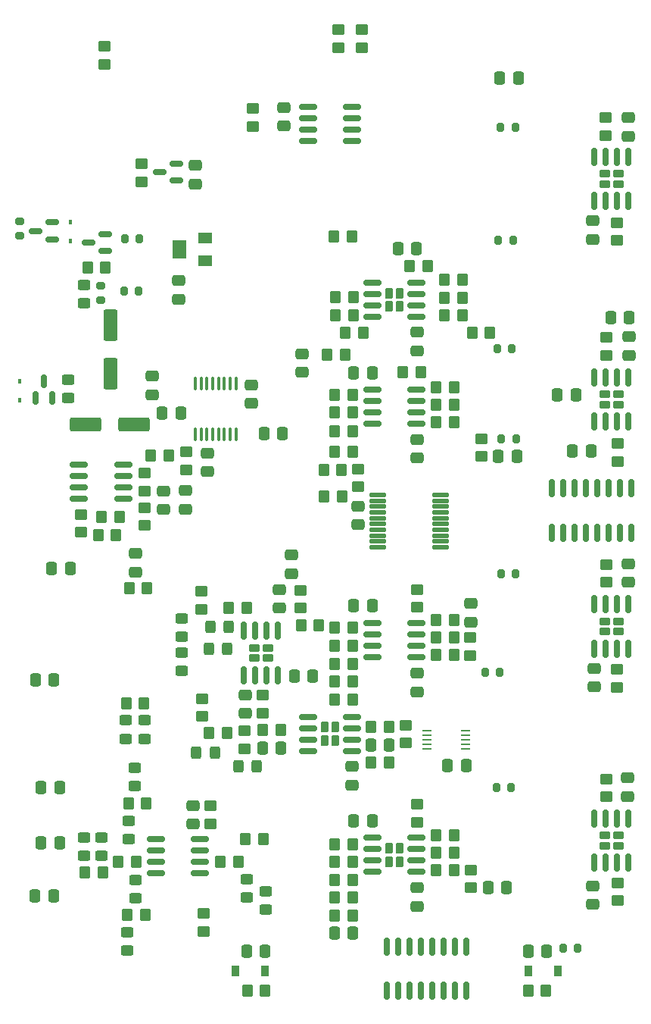
<source format=gbr>
%TF.GenerationSoftware,KiCad,Pcbnew,(6.0.1)*%
%TF.CreationDate,2023-08-27T17:20:04-07:00*%
%TF.ProjectId,main_board,6d61696e-5f62-46f6-9172-642e6b696361,5.0*%
%TF.SameCoordinates,Original*%
%TF.FileFunction,Paste,Bot*%
%TF.FilePolarity,Positive*%
%FSLAX46Y46*%
G04 Gerber Fmt 4.6, Leading zero omitted, Abs format (unit mm)*
G04 Created by KiCad (PCBNEW (6.0.1)) date 2023-08-27 17:20:04*
%MOMM*%
%LPD*%
G01*
G04 APERTURE LIST*
G04 Aperture macros list*
%AMRoundRect*
0 Rectangle with rounded corners*
0 $1 Rounding radius*
0 $2 $3 $4 $5 $6 $7 $8 $9 X,Y pos of 4 corners*
0 Add a 4 corners polygon primitive as box body*
4,1,4,$2,$3,$4,$5,$6,$7,$8,$9,$2,$3,0*
0 Add four circle primitives for the rounded corners*
1,1,$1+$1,$2,$3*
1,1,$1+$1,$4,$5*
1,1,$1+$1,$6,$7*
1,1,$1+$1,$8,$9*
0 Add four rect primitives between the rounded corners*
20,1,$1+$1,$2,$3,$4,$5,0*
20,1,$1+$1,$4,$5,$6,$7,0*
20,1,$1+$1,$6,$7,$8,$9,0*
20,1,$1+$1,$8,$9,$2,$3,0*%
G04 Aperture macros list end*
%ADD10RoundRect,0.200000X-0.200000X-0.275000X0.200000X-0.275000X0.200000X0.275000X-0.200000X0.275000X0*%
%ADD11R,1.600000X1.300000*%
%ADD12R,1.600000X2.000000*%
%ADD13RoundRect,0.250000X-0.450000X0.350000X-0.450000X-0.350000X0.450000X-0.350000X0.450000X0.350000X0*%
%ADD14RoundRect,0.250000X-0.337500X-0.475000X0.337500X-0.475000X0.337500X0.475000X-0.337500X0.475000X0*%
%ADD15RoundRect,0.125000X0.825000X0.125000X-0.825000X0.125000X-0.825000X-0.125000X0.825000X-0.125000X0*%
%ADD16RoundRect,0.250000X-0.350000X-0.450000X0.350000X-0.450000X0.350000X0.450000X-0.350000X0.450000X0*%
%ADD17RoundRect,0.250000X0.350000X0.450000X-0.350000X0.450000X-0.350000X-0.450000X0.350000X-0.450000X0*%
%ADD18RoundRect,0.250000X0.475000X-0.337500X0.475000X0.337500X-0.475000X0.337500X-0.475000X-0.337500X0*%
%ADD19RoundRect,0.250000X0.337500X0.475000X-0.337500X0.475000X-0.337500X-0.475000X0.337500X-0.475000X0*%
%ADD20RoundRect,0.150000X0.587500X0.150000X-0.587500X0.150000X-0.587500X-0.150000X0.587500X-0.150000X0*%
%ADD21RoundRect,0.150000X-0.150000X0.825000X-0.150000X-0.825000X0.150000X-0.825000X0.150000X0.825000X0*%
%ADD22RoundRect,0.250000X0.450000X-0.325000X0.450000X0.325000X-0.450000X0.325000X-0.450000X-0.325000X0*%
%ADD23RoundRect,0.250000X-0.475000X0.337500X-0.475000X-0.337500X0.475000X-0.337500X0.475000X0.337500X0*%
%ADD24RoundRect,0.150000X-0.825000X-0.150000X0.825000X-0.150000X0.825000X0.150000X-0.825000X0.150000X0*%
%ADD25RoundRect,0.150000X0.825000X0.150000X-0.825000X0.150000X-0.825000X-0.150000X0.825000X-0.150000X0*%
%ADD26RoundRect,0.250000X0.450000X-0.350000X0.450000X0.350000X-0.450000X0.350000X-0.450000X-0.350000X0*%
%ADD27R,1.100000X0.250000*%
%ADD28RoundRect,0.230000X-0.230000X-0.375000X0.230000X-0.375000X0.230000X0.375000X-0.230000X0.375000X0*%
%ADD29RoundRect,0.250000X0.325000X0.450000X-0.325000X0.450000X-0.325000X-0.450000X0.325000X-0.450000X0*%
%ADD30RoundRect,0.250000X-0.450000X0.325000X-0.450000X-0.325000X0.450000X-0.325000X0.450000X0.325000X0*%
%ADD31R,0.450000X0.600000*%
%ADD32RoundRect,0.230000X-0.375000X0.230000X-0.375000X-0.230000X0.375000X-0.230000X0.375000X0.230000X0*%
%ADD33RoundRect,0.230000X0.230000X0.375000X-0.230000X0.375000X-0.230000X-0.375000X0.230000X-0.375000X0*%
%ADD34RoundRect,0.250000X-0.325000X-0.450000X0.325000X-0.450000X0.325000X0.450000X-0.325000X0.450000X0*%
%ADD35RoundRect,0.250000X-0.550000X1.500000X-0.550000X-1.500000X0.550000X-1.500000X0.550000X1.500000X0*%
%ADD36RoundRect,0.100000X0.100000X-0.637500X0.100000X0.637500X-0.100000X0.637500X-0.100000X-0.637500X0*%
%ADD37RoundRect,0.200000X0.275000X-0.200000X0.275000X0.200000X-0.275000X0.200000X-0.275000X-0.200000X0*%
%ADD38RoundRect,0.230000X0.375000X-0.230000X0.375000X0.230000X-0.375000X0.230000X-0.375000X-0.230000X0*%
%ADD39RoundRect,0.150000X0.150000X-0.825000X0.150000X0.825000X-0.150000X0.825000X-0.150000X-0.825000X0*%
%ADD40R,0.900000X1.200000*%
%ADD41RoundRect,0.150000X0.150000X-0.587500X0.150000X0.587500X-0.150000X0.587500X-0.150000X-0.587500X0*%
%ADD42RoundRect,0.250000X-1.500000X-0.550000X1.500000X-0.550000X1.500000X0.550000X-1.500000X0.550000X0*%
%ADD43RoundRect,0.200000X-0.275000X0.200000X-0.275000X-0.200000X0.275000X-0.200000X0.275000X0.200000X0*%
G04 APERTURE END LIST*
D10*
X112375000Y-153900000D03*
X114025000Y-153900000D03*
X105425000Y-112050000D03*
X107075000Y-112050000D03*
X104925000Y-135900000D03*
X106575000Y-135900000D03*
X103625000Y-123050000D03*
X105275000Y-123050000D03*
X105125000Y-74800000D03*
X106775000Y-74800000D03*
X105475000Y-96950000D03*
X107125000Y-96950000D03*
X106625000Y-86950000D03*
X104975000Y-86950000D03*
X105375000Y-62200000D03*
X107025000Y-62200000D03*
D11*
X72350000Y-74550000D03*
D12*
X69450000Y-75800000D03*
D11*
X72350000Y-77050000D03*
D13*
X117175000Y-85675000D03*
X117175000Y-87675000D03*
D14*
X113437500Y-98325000D03*
X115512500Y-98325000D03*
D10*
X63350000Y-74650000D03*
X65000000Y-74650000D03*
D15*
X98675000Y-103250000D03*
X98675000Y-103900000D03*
X98675000Y-104550000D03*
X98675000Y-105200000D03*
X98675000Y-105850000D03*
X98675000Y-106500000D03*
X98675000Y-107150000D03*
X98675000Y-107800000D03*
X98675000Y-108450000D03*
X98675000Y-109100000D03*
X91675000Y-109100000D03*
X91675000Y-108450000D03*
X91675000Y-107800000D03*
X91675000Y-107150000D03*
X91675000Y-106500000D03*
X91675000Y-105850000D03*
X91675000Y-105200000D03*
X91675000Y-104550000D03*
X91675000Y-103900000D03*
X91675000Y-103250000D03*
D16*
X77050000Y-158650000D03*
X79050000Y-158650000D03*
X98200000Y-91250000D03*
X100200000Y-91250000D03*
D17*
X88850000Y-122100000D03*
X86850000Y-122100000D03*
D18*
X83200000Y-89537500D03*
X83200000Y-87462500D03*
D17*
X85050000Y-117795000D03*
X83050000Y-117795000D03*
D18*
X80600000Y-115875000D03*
X80600000Y-113800000D03*
D17*
X88900000Y-83150000D03*
X86900000Y-83150000D03*
D16*
X66250000Y-98850000D03*
X68250000Y-98850000D03*
D19*
X110537500Y-154200000D03*
X108462500Y-154200000D03*
D20*
X55237500Y-72800000D03*
X55237500Y-74700000D03*
X53362500Y-73750000D03*
D21*
X111130000Y-102515000D03*
X112400000Y-102515000D03*
X113670000Y-102515000D03*
X114940000Y-102515000D03*
X116210000Y-102515000D03*
X117480000Y-102515000D03*
X118750000Y-102515000D03*
X120020000Y-102515000D03*
X120020000Y-107465000D03*
X118750000Y-107465000D03*
X117480000Y-107465000D03*
X116210000Y-107465000D03*
X114940000Y-107465000D03*
X113670000Y-107465000D03*
X112400000Y-107465000D03*
X111130000Y-107465000D03*
D22*
X63750000Y-141675000D03*
X63750000Y-139625000D03*
D16*
X98150000Y-119200000D03*
X100150000Y-119200000D03*
D23*
X69400000Y-79312500D03*
X69400000Y-81387500D03*
D24*
X91025000Y-95305000D03*
X91025000Y-94035000D03*
X91025000Y-92765000D03*
X91025000Y-91495000D03*
X95975000Y-91495000D03*
X95975000Y-92765000D03*
X95975000Y-94035000D03*
X95975000Y-95305000D03*
D17*
X88850000Y-144250000D03*
X86850000Y-144250000D03*
D25*
X88775000Y-59895000D03*
X88775000Y-61165000D03*
X88775000Y-62435000D03*
X88775000Y-63705000D03*
X83825000Y-63705000D03*
X83825000Y-62435000D03*
X83825000Y-61165000D03*
X83825000Y-59895000D03*
D17*
X88850000Y-96150000D03*
X86850000Y-96150000D03*
D23*
X81100000Y-59975000D03*
X81100000Y-62050000D03*
D17*
X78850000Y-141650000D03*
X76850000Y-141650000D03*
D26*
X96050000Y-115800000D03*
X96050000Y-113800000D03*
D17*
X88000000Y-87625000D03*
X86000000Y-87625000D03*
D16*
X98200000Y-145150000D03*
X100200000Y-145150000D03*
X98200000Y-93200000D03*
X100200000Y-93200000D03*
D23*
X96000000Y-147112500D03*
X96000000Y-149187500D03*
D13*
X103275000Y-96950000D03*
X103275000Y-98950000D03*
D27*
X97175000Y-131600000D03*
X97175000Y-131100000D03*
X97175000Y-130600000D03*
X97175000Y-130100000D03*
X97175000Y-129600000D03*
X101475000Y-129600000D03*
X101475000Y-130100000D03*
X101475000Y-130600000D03*
X101475000Y-131100000D03*
X101475000Y-131600000D03*
D13*
X61100000Y-53150000D03*
X61100000Y-55150000D03*
D28*
X92930000Y-144200000D03*
X94070000Y-142700000D03*
X94070000Y-144200000D03*
X92930000Y-142700000D03*
D24*
X91025000Y-145355000D03*
X91025000Y-144085000D03*
X91025000Y-142815000D03*
X91025000Y-141545000D03*
X95975000Y-141545000D03*
X95975000Y-142815000D03*
X95975000Y-144085000D03*
X95975000Y-145355000D03*
D16*
X98150000Y-117250000D03*
X100150000Y-117250000D03*
D29*
X78075000Y-133550000D03*
X76025000Y-133550000D03*
D14*
X55172500Y-111450000D03*
X57247500Y-111450000D03*
D23*
X64550000Y-109812500D03*
X64550000Y-111887500D03*
D17*
X88850000Y-98400000D03*
X86850000Y-98400000D03*
D26*
X96000000Y-139800000D03*
X96000000Y-137800000D03*
D16*
X63750000Y-137700000D03*
X65750000Y-137700000D03*
X99100000Y-81200000D03*
X101100000Y-81200000D03*
D23*
X67650000Y-102812500D03*
X67650000Y-104887500D03*
D17*
X88850000Y-92050000D03*
X86850000Y-92050000D03*
D25*
X71775000Y-141670000D03*
X71775000Y-142940000D03*
X71775000Y-144210000D03*
X71775000Y-145480000D03*
X66825000Y-145480000D03*
X66825000Y-144210000D03*
X66825000Y-142940000D03*
X66825000Y-141670000D03*
D24*
X91025000Y-121355000D03*
X91025000Y-120085000D03*
X91025000Y-118815000D03*
X91025000Y-117545000D03*
X95975000Y-117545000D03*
X95975000Y-118815000D03*
X95975000Y-120085000D03*
X95975000Y-121355000D03*
D30*
X64550000Y-146275000D03*
X64550000Y-148325000D03*
D31*
X51550000Y-92650000D03*
X51550000Y-90550000D03*
D32*
X117050000Y-142420000D03*
X118550000Y-141280000D03*
X118550000Y-142420000D03*
X117050000Y-141280000D03*
D21*
X115895000Y-139375000D03*
X117165000Y-139375000D03*
X118435000Y-139375000D03*
X119705000Y-139375000D03*
X119705000Y-144325000D03*
X118435000Y-144325000D03*
X117165000Y-144325000D03*
X115895000Y-144325000D03*
D32*
X117050000Y-92030000D03*
X117050000Y-93170000D03*
X118550000Y-92030000D03*
X118550000Y-93170000D03*
D21*
X115895000Y-90125000D03*
X117165000Y-90125000D03*
X118435000Y-90125000D03*
X119705000Y-90125000D03*
X119705000Y-95075000D03*
X118435000Y-95075000D03*
X117165000Y-95075000D03*
X115895000Y-95075000D03*
D18*
X88800000Y-135637500D03*
X88800000Y-133562500D03*
D16*
X98200000Y-143200000D03*
X100200000Y-143200000D03*
D33*
X86870000Y-129200000D03*
X85730000Y-129200000D03*
X85730000Y-130700000D03*
X86870000Y-130700000D03*
D25*
X88775000Y-128045000D03*
X88775000Y-129315000D03*
X88775000Y-130585000D03*
X88775000Y-131855000D03*
X83825000Y-131855000D03*
X83825000Y-130585000D03*
X83825000Y-129315000D03*
X83825000Y-128045000D03*
D23*
X119625000Y-110937500D03*
X119625000Y-113012500D03*
D14*
X88962500Y-115650000D03*
X91037500Y-115650000D03*
D17*
X88850000Y-94050000D03*
X86850000Y-94050000D03*
D14*
X88962500Y-139650000D03*
X91037500Y-139650000D03*
D19*
X80987500Y-96400000D03*
X78912500Y-96400000D03*
D17*
X88900000Y-81150000D03*
X86900000Y-81150000D03*
D16*
X63850000Y-113700000D03*
X65850000Y-113700000D03*
X75000000Y-115875000D03*
X77000000Y-115875000D03*
D13*
X117175000Y-111025000D03*
X117175000Y-113025000D03*
D18*
X102025000Y-117437500D03*
X102025000Y-115362500D03*
D10*
X63250000Y-80450000D03*
X64900000Y-80450000D03*
D30*
X58750000Y-79800000D03*
X58750000Y-81850000D03*
D16*
X86850000Y-126100000D03*
X88850000Y-126100000D03*
D32*
X118550000Y-67380000D03*
X117050000Y-67380000D03*
X118550000Y-68520000D03*
X117050000Y-68520000D03*
D21*
X115895000Y-65475000D03*
X117165000Y-65475000D03*
X118435000Y-65475000D03*
X119705000Y-65475000D03*
X119705000Y-70425000D03*
X118435000Y-70425000D03*
X117165000Y-70425000D03*
X115895000Y-70425000D03*
D17*
X87620000Y-103450000D03*
X85620000Y-103450000D03*
D34*
X71350000Y-132075000D03*
X73400000Y-132075000D03*
D16*
X98200000Y-95150000D03*
X100200000Y-95150000D03*
D13*
X65600000Y-104650000D03*
X65600000Y-106650000D03*
D14*
X78762500Y-131500000D03*
X80837500Y-131500000D03*
D22*
X65550000Y-130475000D03*
X65550000Y-128425000D03*
D13*
X65225000Y-66250000D03*
X65225000Y-68250000D03*
D19*
X79050000Y-154250000D03*
X76975000Y-154250000D03*
D23*
X70950000Y-137937500D03*
X70950000Y-140012500D03*
D17*
X88850000Y-142250000D03*
X86850000Y-142250000D03*
X87600000Y-100450000D03*
X85600000Y-100450000D03*
D35*
X61750000Y-84325000D03*
X61750000Y-89725000D03*
D26*
X70200000Y-100450000D03*
X70200000Y-98450000D03*
X77650000Y-62075000D03*
X77650000Y-60075000D03*
D30*
X63650000Y-152075000D03*
X63650000Y-154125000D03*
D16*
X58875000Y-145375000D03*
X60875000Y-145375000D03*
D17*
X92900000Y-129200000D03*
X90900000Y-129200000D03*
D14*
X117687500Y-83425000D03*
X119762500Y-83425000D03*
D16*
X60775000Y-105725000D03*
X62775000Y-105725000D03*
D23*
X96050000Y-85062500D03*
X96050000Y-87137500D03*
D17*
X88850000Y-146250000D03*
X86850000Y-146250000D03*
D16*
X98150000Y-121150000D03*
X100150000Y-121150000D03*
D28*
X94070000Y-80700000D03*
X94070000Y-82200000D03*
X92930000Y-82200000D03*
X92930000Y-80700000D03*
D24*
X91025000Y-83355000D03*
X91025000Y-82085000D03*
X91025000Y-80815000D03*
X91025000Y-79545000D03*
X95975000Y-79545000D03*
X95975000Y-80815000D03*
X95975000Y-82085000D03*
X95975000Y-83355000D03*
D23*
X119750000Y-85587500D03*
X119750000Y-87662500D03*
D36*
X75775000Y-96512500D03*
X75125000Y-96512500D03*
X74475000Y-96512500D03*
X73825000Y-96512500D03*
X73175000Y-96512500D03*
X72525000Y-96512500D03*
X71875000Y-96512500D03*
X71225000Y-96512500D03*
X71225000Y-90787500D03*
X71875000Y-90787500D03*
X72525000Y-90787500D03*
X73175000Y-90787500D03*
X73825000Y-90787500D03*
X74475000Y-90787500D03*
X75125000Y-90787500D03*
X75775000Y-90787500D03*
D37*
X51600000Y-74325000D03*
X51600000Y-72675000D03*
D16*
X72750000Y-129875000D03*
X74750000Y-129875000D03*
D13*
X89475000Y-100350000D03*
X89475000Y-102350000D03*
D23*
X119650000Y-61087500D03*
X119650000Y-63162500D03*
D13*
X78800000Y-125600000D03*
X78800000Y-127600000D03*
D16*
X99100000Y-79200000D03*
X101100000Y-79200000D03*
D19*
X95987500Y-75700000D03*
X93912500Y-75700000D03*
D23*
X115675000Y-146937500D03*
X115675000Y-149012500D03*
D17*
X90000000Y-85150000D03*
X88000000Y-85150000D03*
D19*
X88862500Y-152225000D03*
X86787500Y-152225000D03*
D38*
X79350000Y-121470000D03*
X77850000Y-121470000D03*
X79350000Y-120330000D03*
X77850000Y-120330000D03*
D39*
X80505000Y-123375000D03*
X79235000Y-123375000D03*
X77965000Y-123375000D03*
X76695000Y-123375000D03*
X76695000Y-118425000D03*
X77965000Y-118425000D03*
X79235000Y-118425000D03*
X80505000Y-118425000D03*
D30*
X76970000Y-146185000D03*
X76970000Y-148235000D03*
D19*
X69612500Y-94075000D03*
X67537500Y-94075000D03*
D26*
X72000000Y-128000000D03*
X72000000Y-126000000D03*
D14*
X88962500Y-89600000D03*
X91037500Y-89600000D03*
D23*
X96050000Y-123162500D03*
X96050000Y-125237500D03*
D17*
X80800000Y-129500000D03*
X78800000Y-129500000D03*
D31*
X57250000Y-74900000D03*
X57250000Y-72800000D03*
D13*
X102025000Y-145150000D03*
X102025000Y-147150000D03*
D23*
X71250000Y-66450000D03*
X71250000Y-68525000D03*
D22*
X69750000Y-119125000D03*
X69750000Y-117075000D03*
X79070000Y-149552500D03*
X79070000Y-147502500D03*
D14*
X53982500Y-135950000D03*
X56057500Y-135950000D03*
X53312500Y-148030000D03*
X55387500Y-148030000D03*
D18*
X76800000Y-127637500D03*
X76800000Y-125562500D03*
D17*
X88850000Y-148250000D03*
X86850000Y-148250000D03*
D14*
X82312500Y-123525000D03*
X84387500Y-123525000D03*
D26*
X65600000Y-102800000D03*
X65600000Y-100800000D03*
D13*
X58425000Y-105425000D03*
X58425000Y-107425000D03*
D17*
X110475000Y-158650000D03*
X108475000Y-158650000D03*
D40*
X111775000Y-156400000D03*
X108475000Y-156400000D03*
D16*
X60375000Y-107750000D03*
X62375000Y-107750000D03*
D30*
X63450000Y-128425000D03*
X63450000Y-130475000D03*
D19*
X56077500Y-142110000D03*
X54002500Y-142110000D03*
D16*
X102200000Y-85175000D03*
X104200000Y-85175000D03*
D23*
X119600000Y-134862500D03*
X119600000Y-136937500D03*
D17*
X96450000Y-89550000D03*
X94450000Y-89550000D03*
D14*
X105312500Y-56700000D03*
X107387500Y-56700000D03*
D13*
X87275000Y-51300000D03*
X87275000Y-53300000D03*
D19*
X101512500Y-133500000D03*
X99437500Y-133500000D03*
D23*
X96000000Y-97062500D03*
X96000000Y-99137500D03*
D17*
X88750000Y-74400000D03*
X86750000Y-74400000D03*
D14*
X105122500Y-98955000D03*
X107197500Y-98955000D03*
D29*
X75000000Y-118025000D03*
X72950000Y-118025000D03*
D16*
X90900000Y-133100000D03*
X92900000Y-133100000D03*
D34*
X72775000Y-120450000D03*
X74825000Y-120450000D03*
D41*
X55250000Y-92437500D03*
X53350000Y-92437500D03*
X54300000Y-90562500D03*
D26*
X72950000Y-139975000D03*
X72950000Y-137975000D03*
D17*
X101100000Y-83200000D03*
X99100000Y-83200000D03*
D26*
X94800000Y-130950000D03*
X94800000Y-128950000D03*
D22*
X57050000Y-92400000D03*
X57050000Y-90350000D03*
D17*
X88850000Y-120100000D03*
X86850000Y-120100000D03*
D16*
X62625000Y-144225000D03*
X64625000Y-144225000D03*
D32*
X117050000Y-117380000D03*
X117050000Y-118520000D03*
X118550000Y-118520000D03*
X118550000Y-117380000D03*
D21*
X115895000Y-115475000D03*
X117165000Y-115475000D03*
X118435000Y-115475000D03*
X119705000Y-115475000D03*
X119705000Y-120425000D03*
X118435000Y-120425000D03*
X117165000Y-120425000D03*
X115895000Y-120425000D03*
D17*
X97200000Y-77700000D03*
X95200000Y-77700000D03*
D22*
X69750000Y-122875000D03*
X69750000Y-120825000D03*
D23*
X77500000Y-90962500D03*
X77500000Y-93037500D03*
D24*
X58225000Y-103655000D03*
X58225000Y-102385000D03*
X58225000Y-101115000D03*
X58225000Y-99845000D03*
X63175000Y-99845000D03*
X63175000Y-101115000D03*
X63175000Y-102385000D03*
X63175000Y-103655000D03*
D16*
X63500000Y-126500000D03*
X65500000Y-126500000D03*
D20*
X61137500Y-74100000D03*
X61137500Y-76000000D03*
X59262500Y-75050000D03*
D17*
X88850000Y-118100000D03*
X86850000Y-118100000D03*
X76050000Y-144210000D03*
X74050000Y-144210000D03*
D16*
X63650000Y-150150000D03*
X65650000Y-150150000D03*
D17*
X61200000Y-77850000D03*
X59200000Y-77850000D03*
X88850000Y-124100000D03*
X86850000Y-124100000D03*
D30*
X60760000Y-141515000D03*
X60760000Y-143565000D03*
D19*
X113787500Y-92050000D03*
X111712500Y-92050000D03*
D26*
X118450000Y-148575000D03*
X118450000Y-146575000D03*
X118425000Y-124725000D03*
X118425000Y-122725000D03*
X71900000Y-116000000D03*
X71900000Y-114000000D03*
D13*
X117150000Y-61100000D03*
X117150000Y-63100000D03*
D21*
X92655000Y-153700000D03*
X93925000Y-153700000D03*
X95195000Y-153700000D03*
X96465000Y-153700000D03*
X97735000Y-153700000D03*
X99005000Y-153700000D03*
X100275000Y-153700000D03*
X101545000Y-153700000D03*
X101545000Y-158650000D03*
X100275000Y-158650000D03*
X99005000Y-158650000D03*
X97735000Y-158650000D03*
X96465000Y-158650000D03*
X95195000Y-158650000D03*
X93925000Y-158650000D03*
X92655000Y-158650000D03*
D23*
X115850000Y-122612500D03*
X115850000Y-124687500D03*
D26*
X83000000Y-115900000D03*
X83000000Y-113900000D03*
D18*
X70150000Y-104837500D03*
X70150000Y-102762500D03*
D40*
X79050000Y-156425000D03*
X75750000Y-156425000D03*
D26*
X118450000Y-99500000D03*
X118450000Y-97500000D03*
D23*
X89455000Y-104487500D03*
X89455000Y-106562500D03*
D18*
X82000000Y-112037500D03*
X82000000Y-109962500D03*
D14*
X53332500Y-123930000D03*
X55407500Y-123930000D03*
D23*
X115700000Y-72612500D03*
X115700000Y-74687500D03*
D26*
X72175000Y-152000000D03*
X72175000Y-150000000D03*
D16*
X98200000Y-141250000D03*
X100200000Y-141250000D03*
D14*
X103987500Y-147150000D03*
X106062500Y-147150000D03*
D13*
X117175000Y-134975000D03*
X117175000Y-136975000D03*
D14*
X90862500Y-131150000D03*
X92937500Y-131150000D03*
D23*
X72550000Y-98562500D03*
X72550000Y-100637500D03*
D20*
X69137500Y-66250000D03*
X69137500Y-68150000D03*
X67262500Y-67200000D03*
D26*
X118425000Y-74825000D03*
X118425000Y-72825000D03*
D16*
X86850000Y-150225000D03*
X88850000Y-150225000D03*
D22*
X64500000Y-135775000D03*
X64500000Y-133725000D03*
D26*
X76750000Y-131600000D03*
X76750000Y-129600000D03*
D42*
X59000000Y-95350000D03*
X64400000Y-95350000D03*
D13*
X89850000Y-51275000D03*
X89850000Y-53275000D03*
D26*
X102000000Y-121175000D03*
X102000000Y-119175000D03*
D43*
X60650000Y-79875000D03*
X60650000Y-81525000D03*
D23*
X66425000Y-89962500D03*
X66425000Y-92037500D03*
D22*
X58770000Y-143532500D03*
X58770000Y-141482500D03*
M02*

</source>
